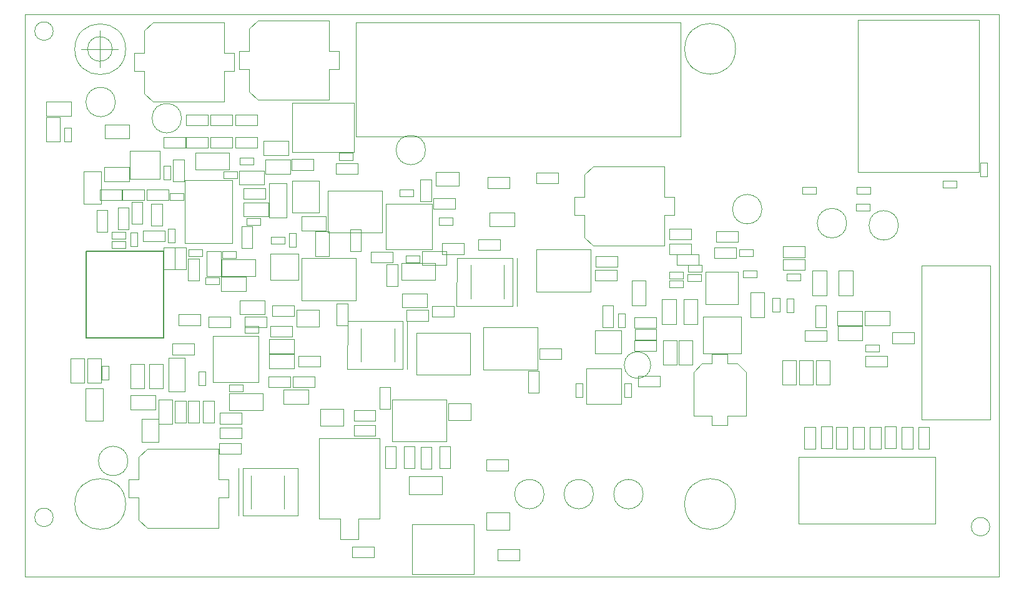
<source format=gbr>
G04 #@! TF.GenerationSoftware,KiCad,Pcbnew,(5.1.2)-1*
G04 #@! TF.CreationDate,2021-02-22T12:01:06+05:45*
G04 #@! TF.ProjectId,Pufferfish-Power-MCU,50756666-6572-4666-9973-682d506f7765,0.0*
G04 #@! TF.SameCoordinates,Original*
G04 #@! TF.FileFunction,Other,User*
%FSLAX46Y46*%
G04 Gerber Fmt 4.6, Leading zero omitted, Abs format (unit mm)*
G04 Created by KiCad (PCBNEW (5.1.2)-1) date 2021-02-22 12:01:06*
%MOMM*%
%LPD*%
G04 APERTURE LIST*
%ADD10C,0.100000*%
%ADD11C,0.050000*%
%ADD12C,0.120000*%
%ADD13C,0.127000*%
%ADD14C,0.010000*%
G04 APERTURE END LIST*
D10*
X203212700Y-114388900D02*
X203212700Y-119388900D01*
X71094600Y-114401600D02*
X71094600Y-119401600D01*
X82946666Y-47752000D02*
G75*
G03X82946666Y-47752000I-1666666J0D01*
G01*
X78780000Y-47752000D02*
X83780000Y-47752000D01*
X81280000Y-45252000D02*
X81280000Y-50252000D01*
X71094600Y-114401600D02*
X71094600Y-43065700D01*
X203212700Y-119388900D02*
X71094600Y-119401600D01*
X203225400Y-43065700D02*
X203212700Y-114388900D01*
X71094600Y-43065700D02*
X203225400Y-43065700D01*
D11*
G04 #@! TO.C,TP4*
X155978000Y-90678000D02*
G75*
G03X155978000Y-90678000I-1800000J0D01*
G01*
D12*
G04 #@! TO.C,L4*
X100087400Y-104647600D02*
X100087400Y-104697600D01*
X100087400Y-111097600D02*
X100087400Y-104647600D01*
X108137400Y-104647600D02*
X108137400Y-111147600D01*
X100637400Y-104647600D02*
X108137400Y-104647600D01*
X100637400Y-111147600D02*
X100637400Y-104647600D01*
D11*
X101777400Y-110177600D02*
X101777400Y-105657600D01*
X106297400Y-105657600D02*
X106297400Y-110177600D01*
D12*
X108137400Y-111147600D02*
X100637400Y-111147600D01*
D11*
G04 #@! TO.C,R26*
X153802400Y-85797600D02*
X156762400Y-85797600D01*
X153802400Y-87257600D02*
X153802400Y-85797600D01*
X156762400Y-87257600D02*
X153802400Y-87257600D01*
X156762400Y-85797600D02*
X156762400Y-87257600D01*
G04 #@! TO.C,F1*
X160005400Y-59676600D02*
X116005400Y-59676600D01*
X160005400Y-59676600D02*
X160005400Y-44176600D01*
X116005400Y-44176600D02*
X116005400Y-59676600D01*
X116005400Y-44176600D02*
X160005400Y-44176600D01*
G04 #@! TO.C,C24*
X85148000Y-108642000D02*
X86548000Y-108642000D01*
X85148000Y-106242000D02*
X85148000Y-108642000D01*
X86548000Y-106242000D02*
X85148000Y-106242000D01*
X86548000Y-108642000D02*
X86548000Y-111692000D01*
X86548000Y-103192000D02*
X86548000Y-106242000D01*
X86548000Y-103192000D02*
X87698000Y-102042000D01*
X86548000Y-111692000D02*
X87698000Y-112842000D01*
X87698000Y-102042000D02*
X97348000Y-102042000D01*
X87698000Y-112842000D02*
X97348000Y-112842000D01*
X97348000Y-108642000D02*
X97348000Y-112842000D01*
X98748000Y-108642000D02*
X97348000Y-108642000D01*
X98748000Y-106242000D02*
X98748000Y-108642000D01*
X97348000Y-106242000D02*
X98748000Y-106242000D01*
X97348000Y-102042000D02*
X97348000Y-106242000D01*
G04 #@! TO.C,FID1*
X201947400Y-112632600D02*
G75*
G03X201947400Y-112632600I-1250000J0D01*
G01*
X74947400Y-111362600D02*
G75*
G03X74947400Y-111362600I-1250000J0D01*
G01*
D13*
G04 #@! TO.C,L3*
X89950000Y-87000000D02*
X89950000Y-75200000D01*
X89950000Y-75200000D02*
X79450000Y-75200000D01*
X79450000Y-75200000D02*
X79450000Y-87000000D01*
X79450000Y-87000000D02*
X89950000Y-87000000D01*
D12*
G04 #@! TO.C,L5*
X122961400Y-84714100D02*
X122948700Y-91241900D01*
X114808000Y-91241900D02*
X114858800Y-84726800D01*
X122364500Y-91241900D02*
X114808000Y-91241900D01*
X122364500Y-84726800D02*
X122364500Y-91241900D01*
X114858800Y-84726800D02*
X122364500Y-84726800D01*
D11*
X121224000Y-85677600D02*
X121224000Y-90197600D01*
X116704000Y-90197600D02*
X116704000Y-85677600D01*
D12*
G04 #@! TO.C,L6*
X137820400Y-76136500D02*
X137807700Y-82664300D01*
X129667000Y-82664300D02*
X129717800Y-76149200D01*
X137223500Y-82664300D02*
X129667000Y-82664300D01*
X137223500Y-76149200D02*
X137223500Y-82664300D01*
X129717800Y-76149200D02*
X137223500Y-76149200D01*
D11*
X136083000Y-77100000D02*
X136083000Y-81620000D01*
X131563000Y-81620000D02*
X131563000Y-77100000D01*
G04 #@! TO.C,J2*
X176033000Y-103196000D02*
X176033000Y-112196000D01*
X194553000Y-103196000D02*
X176033000Y-103196000D01*
X194553000Y-112196000D02*
X194553000Y-103196000D01*
X176033000Y-112196000D02*
X194553000Y-112196000D01*
G04 #@! TO.C,C15*
X94710000Y-76244000D02*
X94710000Y-79204000D01*
X93250000Y-76244000D02*
X94710000Y-76244000D01*
X93250000Y-79204000D02*
X93250000Y-76244000D01*
X94710000Y-79204000D02*
X93250000Y-79204000D01*
G04 #@! TO.C,C80*
X102784000Y-86322000D02*
X100924000Y-86322000D01*
X102784000Y-85382000D02*
X102784000Y-86322000D01*
X100924000Y-85382000D02*
X102784000Y-85382000D01*
X100924000Y-86322000D02*
X100924000Y-85382000D01*
G04 #@! TO.C,J1*
X200528000Y-64460000D02*
X200528000Y-43850000D01*
X200528000Y-43850000D02*
X184028000Y-43850000D01*
X184028000Y-43850000D02*
X184028000Y-64460000D01*
X184028000Y-64460000D02*
X200528000Y-64460000D01*
G04 #@! TO.C,R29*
X158517400Y-78042600D02*
X160377400Y-78042600D01*
X158517400Y-78982600D02*
X158517400Y-78042600D01*
X160377400Y-78982600D02*
X158517400Y-78982600D01*
X160377400Y-78042600D02*
X160377400Y-78982600D01*
G04 #@! TO.C,C23*
X85910000Y-50730000D02*
X87310000Y-50730000D01*
X85910000Y-48330000D02*
X85910000Y-50730000D01*
X87310000Y-48330000D02*
X85910000Y-48330000D01*
X87310000Y-50730000D02*
X87310000Y-53780000D01*
X87310000Y-45280000D02*
X87310000Y-48330000D01*
X87310000Y-45280000D02*
X88460000Y-44130000D01*
X87310000Y-53780000D02*
X88460000Y-54930000D01*
X88460000Y-44130000D02*
X98110000Y-44130000D01*
X88460000Y-54930000D02*
X98110000Y-54930000D01*
X98110000Y-50730000D02*
X98110000Y-54930000D01*
X99510000Y-50730000D02*
X98110000Y-50730000D01*
X99510000Y-48330000D02*
X99510000Y-50730000D01*
X98110000Y-48330000D02*
X99510000Y-48330000D01*
X98110000Y-44130000D02*
X98110000Y-48330000D01*
G04 #@! TO.C,C110*
X185777400Y-66472600D02*
X185777400Y-67412600D01*
X185777400Y-67412600D02*
X183917400Y-67412600D01*
X183917400Y-67412600D02*
X183917400Y-66472600D01*
X183917400Y-66472600D02*
X185777400Y-66472600D01*
G04 #@! TO.C,C16*
X113725600Y-61882600D02*
X115585600Y-61882600D01*
X113725600Y-62822600D02*
X113725600Y-61882600D01*
X115585600Y-62822600D02*
X113725600Y-62822600D01*
X115585600Y-61882600D02*
X115585600Y-62822600D01*
G04 #@! TO.C,C14*
X103038000Y-71640800D02*
X101178000Y-71640800D01*
X103038000Y-70700800D02*
X103038000Y-71640800D01*
X101178000Y-70700800D02*
X103038000Y-70700800D01*
X101178000Y-71640800D02*
X101178000Y-70700800D01*
G04 #@! TO.C,C12*
X99713000Y-75222000D02*
X99713000Y-76162000D01*
X99713000Y-76162000D02*
X97853000Y-76162000D01*
X97853000Y-76162000D02*
X97853000Y-75222000D01*
X97853000Y-75222000D02*
X99713000Y-75222000D01*
G04 #@! TO.C,C9*
X98053800Y-64376200D02*
X99913800Y-64376200D01*
X98053800Y-65316200D02*
X98053800Y-64376200D01*
X99913800Y-65316200D02*
X98053800Y-65316200D01*
X99913800Y-64376200D02*
X99913800Y-65316200D01*
G04 #@! TO.C,C5*
X91420000Y-74070000D02*
X90480000Y-74070000D01*
X90480000Y-74070000D02*
X90480000Y-72210000D01*
X90480000Y-72210000D02*
X91420000Y-72210000D01*
X91420000Y-72210000D02*
X91420000Y-74070000D01*
G04 #@! TO.C,C3*
X90894000Y-63586000D02*
X90894000Y-65446000D01*
X89954000Y-63586000D02*
X90894000Y-63586000D01*
X89954000Y-65446000D02*
X89954000Y-63586000D01*
X90894000Y-65446000D02*
X89954000Y-65446000D01*
G04 #@! TO.C,C30*
X200697400Y-65072600D02*
X200697400Y-63212600D01*
X201637400Y-65072600D02*
X200697400Y-65072600D01*
X201637400Y-63212600D02*
X201637400Y-65072600D01*
X200697400Y-63212600D02*
X201637400Y-63212600D01*
G04 #@! TO.C,C29*
X197432400Y-66622600D02*
X195572400Y-66622600D01*
X197432400Y-65682600D02*
X197432400Y-66622600D01*
X195572400Y-65682600D02*
X197432400Y-65682600D01*
X195572400Y-66622600D02*
X195572400Y-65682600D01*
G04 #@! TO.C,C28*
X183857400Y-68802600D02*
X185717400Y-68802600D01*
X183857400Y-69742600D02*
X183857400Y-68802600D01*
X185717400Y-69742600D02*
X183857400Y-69742600D01*
X185717400Y-68802600D02*
X185717400Y-69742600D01*
G04 #@! TO.C,C27*
X176517400Y-66472600D02*
X178377400Y-66472600D01*
X176517400Y-67412600D02*
X176517400Y-66472600D01*
X178377400Y-67412600D02*
X176517400Y-67412600D01*
X178377400Y-66472600D02*
X178377400Y-67412600D01*
G04 #@! TO.C,C94*
X123812400Y-67772600D02*
X121952400Y-67772600D01*
X123812400Y-66832600D02*
X123812400Y-67772600D01*
X121952400Y-66832600D02*
X123812400Y-66832600D01*
X121952400Y-67772600D02*
X121952400Y-66832600D01*
G04 #@! TO.C,C93*
X122752400Y-75832600D02*
X124612400Y-75832600D01*
X122752400Y-76772600D02*
X122752400Y-75832600D01*
X124612400Y-76772600D02*
X122752400Y-76772600D01*
X124612400Y-75832600D02*
X124612400Y-76772600D01*
G04 #@! TO.C,C88*
X129148500Y-71624400D02*
X127288500Y-71624400D01*
X129148500Y-70684400D02*
X129148500Y-71624400D01*
X127288500Y-70684400D02*
X129148500Y-70684400D01*
X127288500Y-71624400D02*
X127288500Y-70684400D01*
G04 #@! TO.C,C76*
X98802400Y-93307600D02*
X100662400Y-93307600D01*
X98802400Y-94247600D02*
X98802400Y-93307600D01*
X100662400Y-94247600D02*
X98802400Y-94247600D01*
X100662400Y-93307600D02*
X100662400Y-94247600D01*
G04 #@! TO.C,C72*
X95618400Y-91526000D02*
X95618400Y-93386000D01*
X94678400Y-91526000D02*
X95618400Y-91526000D01*
X94678400Y-93386000D02*
X94678400Y-91526000D01*
X95618400Y-93386000D02*
X94678400Y-93386000D01*
G04 #@! TO.C,C59*
X145831000Y-95034000D02*
X145831000Y-93174000D01*
X146771000Y-95034000D02*
X145831000Y-95034000D01*
X146771000Y-93174000D02*
X146771000Y-95034000D01*
X145831000Y-93174000D02*
X146771000Y-93174000D01*
G04 #@! TO.C,C58*
X152435000Y-95034000D02*
X152435000Y-93174000D01*
X153375000Y-95034000D02*
X152435000Y-95034000D01*
X153375000Y-93174000D02*
X153375000Y-95034000D01*
X152435000Y-93174000D02*
X153375000Y-93174000D01*
G04 #@! TO.C,C48*
X186958500Y-88832000D02*
X185098500Y-88832000D01*
X186958500Y-87892000D02*
X186958500Y-88832000D01*
X185098500Y-87892000D02*
X186958500Y-87892000D01*
X185098500Y-88832000D02*
X185098500Y-87892000D01*
G04 #@! TO.C,C41*
X174393500Y-78270000D02*
X176253500Y-78270000D01*
X174393500Y-79210000D02*
X174393500Y-78270000D01*
X176253500Y-79210000D02*
X174393500Y-79210000D01*
X176253500Y-78270000D02*
X176253500Y-79210000D01*
G04 #@! TO.C,C40*
X160387400Y-80122600D02*
X158527400Y-80122600D01*
X160387400Y-79182600D02*
X160387400Y-80122600D01*
X158527400Y-79182600D02*
X160387400Y-79182600D01*
X158527400Y-80122600D02*
X158527400Y-79182600D01*
G04 #@! TO.C,C39*
X170376500Y-78757000D02*
X168516500Y-78757000D01*
X170376500Y-77817000D02*
X170376500Y-78757000D01*
X168516500Y-77817000D02*
X170376500Y-77817000D01*
X168516500Y-78757000D02*
X168516500Y-77817000D01*
G04 #@! TO.C,C38*
X169840000Y-75908000D02*
X167980000Y-75908000D01*
X169840000Y-74968000D02*
X169840000Y-75908000D01*
X167980000Y-74968000D02*
X169840000Y-74968000D01*
X167980000Y-75908000D02*
X167980000Y-74968000D01*
G04 #@! TO.C,C37*
X172511400Y-83410600D02*
X172511400Y-81550600D01*
X173451400Y-83410600D02*
X172511400Y-83410600D01*
X173451400Y-81550600D02*
X173451400Y-83410600D01*
X172511400Y-81550600D02*
X173451400Y-81550600D01*
G04 #@! TO.C,C36*
X174407400Y-83522600D02*
X174407400Y-81662600D01*
X175347400Y-83522600D02*
X174407400Y-83522600D01*
X175347400Y-81662600D02*
X175347400Y-83522600D01*
X174407400Y-81662600D02*
X175347400Y-81662600D01*
G04 #@! TO.C,C26*
X152477400Y-83722600D02*
X152477400Y-85582600D01*
X151537400Y-83722600D02*
X152477400Y-83722600D01*
X151537400Y-85582600D02*
X151537400Y-83722600D01*
X152477400Y-85582600D02*
X151537400Y-85582600D01*
G04 #@! TO.C,C18*
X82512000Y-90764000D02*
X82512000Y-92624000D01*
X81572000Y-90764000D02*
X82512000Y-90764000D01*
X81572000Y-92624000D02*
X81572000Y-90764000D01*
X82512000Y-92624000D02*
X81572000Y-92624000D01*
G04 #@! TO.C,C17*
X77432000Y-58483000D02*
X77432000Y-60343000D01*
X76492000Y-58483000D02*
X77432000Y-58483000D01*
X76492000Y-60343000D02*
X76492000Y-58483000D01*
X77432000Y-60343000D02*
X76492000Y-60343000D01*
G04 #@! TO.C,C103*
X100220000Y-62530000D02*
X102080000Y-62530000D01*
X100220000Y-63470000D02*
X100220000Y-62530000D01*
X102080000Y-63470000D02*
X100220000Y-63470000D01*
X102080000Y-62530000D02*
X102080000Y-63470000D01*
G04 #@! TO.C,C6*
X92624000Y-68288000D02*
X90764000Y-68288000D01*
X92624000Y-67348000D02*
X92624000Y-68288000D01*
X90764000Y-67348000D02*
X92624000Y-67348000D01*
X90764000Y-68288000D02*
X90764000Y-67348000D01*
G04 #@! TO.C,C4*
X93304000Y-74968000D02*
X95164000Y-74968000D01*
X93304000Y-75908000D02*
X93304000Y-74968000D01*
X95164000Y-75908000D02*
X93304000Y-75908000D01*
X95164000Y-74968000D02*
X95164000Y-75908000D01*
G04 #@! TO.C,C2*
X86380000Y-72690000D02*
X86380000Y-74550000D01*
X85440000Y-72690000D02*
X86380000Y-72690000D01*
X85440000Y-74550000D02*
X85440000Y-72690000D01*
X86380000Y-74550000D02*
X85440000Y-74550000D01*
G04 #@! TO.C,C1*
X84720000Y-73546000D02*
X82860000Y-73546000D01*
X84720000Y-72606000D02*
X84720000Y-73546000D01*
X82860000Y-72606000D02*
X84720000Y-72606000D01*
X82860000Y-73546000D02*
X82860000Y-72606000D01*
G04 #@! TO.C,U1*
X92762000Y-65600000D02*
X99262000Y-65600000D01*
X99262000Y-65600000D02*
X99262000Y-74100000D01*
X99262000Y-74100000D02*
X92762000Y-74100000D01*
X92762000Y-74100000D02*
X92762000Y-65600000D01*
G04 #@! TO.C,D13*
X126797000Y-64455000D02*
X126797000Y-66355000D01*
X126797000Y-66355000D02*
X129997000Y-66355000D01*
X129997000Y-64455000D02*
X129997000Y-66355000D01*
X126797000Y-64455000D02*
X129997000Y-64455000D01*
G04 #@! TO.C,R38*
X185063500Y-89432000D02*
X188023500Y-89432000D01*
X185063500Y-90892000D02*
X185063500Y-89432000D01*
X188023500Y-90892000D02*
X185063500Y-90892000D01*
X188023500Y-89432000D02*
X188023500Y-90892000D01*
G04 #@! TO.C,R1*
X102597500Y-58134000D02*
X99637500Y-58134000D01*
X102597500Y-56674000D02*
X102597500Y-58134000D01*
X99637500Y-56674000D02*
X102597500Y-56674000D01*
X99637500Y-58134000D02*
X99637500Y-56674000D01*
G04 #@! TO.C,R2*
X99637500Y-59722000D02*
X102597500Y-59722000D01*
X99637500Y-61182000D02*
X99637500Y-59722000D01*
X102597500Y-61182000D02*
X99637500Y-61182000D01*
X102597500Y-59722000D02*
X102597500Y-61182000D01*
G04 #@! TO.C,R3*
X99270000Y-58134000D02*
X96310000Y-58134000D01*
X99270000Y-56674000D02*
X99270000Y-58134000D01*
X96310000Y-56674000D02*
X99270000Y-56674000D01*
X96310000Y-58134000D02*
X96310000Y-56674000D01*
G04 #@! TO.C,R4*
X99270000Y-61182000D02*
X96310000Y-61182000D01*
X99270000Y-59722000D02*
X99270000Y-61182000D01*
X96310000Y-59722000D02*
X99270000Y-59722000D01*
X96310000Y-61182000D02*
X96310000Y-59722000D01*
G04 #@! TO.C,R5*
X95968000Y-58134000D02*
X93008000Y-58134000D01*
X95968000Y-56674000D02*
X95968000Y-58134000D01*
X93008000Y-56674000D02*
X95968000Y-56674000D01*
X93008000Y-58134000D02*
X93008000Y-56674000D01*
G04 #@! TO.C,R6*
X95968000Y-61182000D02*
X93008000Y-61182000D01*
X95968000Y-59722000D02*
X95968000Y-61182000D01*
X93008000Y-59722000D02*
X95968000Y-59722000D01*
X93008000Y-61182000D02*
X93008000Y-59722000D01*
G04 #@! TO.C,R24*
X156696500Y-85667000D02*
X153736500Y-85667000D01*
X156696500Y-84207000D02*
X156696500Y-85667000D01*
X153736500Y-84207000D02*
X156696500Y-84207000D01*
X153736500Y-85667000D02*
X153736500Y-84207000D01*
G04 #@! TO.C,R30*
X164632500Y-74670000D02*
X167592500Y-74670000D01*
X164632500Y-76130000D02*
X164632500Y-74670000D01*
X167592500Y-76130000D02*
X164632500Y-76130000D01*
X167592500Y-74670000D02*
X167592500Y-76130000D01*
G04 #@! TO.C,R31*
X167780000Y-73930000D02*
X164820000Y-73930000D01*
X167780000Y-72470000D02*
X167780000Y-73930000D01*
X164820000Y-72470000D02*
X167780000Y-72470000D01*
X164820000Y-73930000D02*
X164820000Y-72470000D01*
G04 #@! TO.C,R33*
X176869800Y-77746200D02*
X173909800Y-77746200D01*
X176869800Y-76286200D02*
X176869800Y-77746200D01*
X173909800Y-76286200D02*
X176869800Y-76286200D01*
X173909800Y-77746200D02*
X173909800Y-76286200D01*
G04 #@! TO.C,R34*
X161500000Y-75660000D02*
X158540000Y-75660000D01*
X161500000Y-74200000D02*
X161500000Y-75660000D01*
X158540000Y-74200000D02*
X161500000Y-74200000D01*
X158540000Y-75660000D02*
X158540000Y-74200000D01*
G04 #@! TO.C,R35*
X173945000Y-74581000D02*
X176905000Y-74581000D01*
X173945000Y-76041000D02*
X173945000Y-74581000D01*
X176905000Y-76041000D02*
X173945000Y-76041000D01*
X176905000Y-74581000D02*
X176905000Y-76041000D01*
G04 #@! TO.C,R36*
X179837400Y-87432600D02*
X176877400Y-87432600D01*
X179837400Y-85972600D02*
X179837400Y-87432600D01*
X176877400Y-85972600D02*
X179837400Y-85972600D01*
X176877400Y-87432600D02*
X176877400Y-85972600D01*
G04 #@! TO.C,R37*
X179736500Y-82568500D02*
X179736500Y-85528500D01*
X178276500Y-82568500D02*
X179736500Y-82568500D01*
X178276500Y-85528500D02*
X178276500Y-82568500D01*
X179736500Y-85528500D02*
X178276500Y-85528500D01*
G04 #@! TO.C,R41*
X154277400Y-92172600D02*
X157237400Y-92172600D01*
X154277400Y-93632600D02*
X154277400Y-92172600D01*
X157237400Y-93632600D02*
X154277400Y-93632600D01*
X157237400Y-92172600D02*
X157237400Y-93632600D01*
G04 #@! TO.C,R10*
X87332000Y-68294000D02*
X84372000Y-68294000D01*
X87332000Y-66834000D02*
X87332000Y-68294000D01*
X84372000Y-66834000D02*
X87332000Y-66834000D01*
X84372000Y-68294000D02*
X84372000Y-66834000D01*
G04 #@! TO.C,R11*
X83720000Y-72240000D02*
X83720000Y-69280000D01*
X85180000Y-72240000D02*
X83720000Y-72240000D01*
X85180000Y-69280000D02*
X85180000Y-72240000D01*
X83720000Y-69280000D02*
X85180000Y-69280000D01*
G04 #@! TO.C,R12*
X92932000Y-74720000D02*
X92932000Y-77680000D01*
X91472000Y-74720000D02*
X92932000Y-74720000D01*
X91472000Y-77680000D02*
X91472000Y-74720000D01*
X92932000Y-77680000D02*
X91472000Y-77680000D01*
G04 #@! TO.C,R13*
X85600000Y-71530000D02*
X85600000Y-68570000D01*
X87060000Y-71530000D02*
X85600000Y-71530000D01*
X87060000Y-68570000D02*
X87060000Y-71530000D01*
X85600000Y-68570000D02*
X87060000Y-68570000D01*
G04 #@! TO.C,R14*
X81324000Y-66834000D02*
X84284000Y-66834000D01*
X81324000Y-68294000D02*
X81324000Y-66834000D01*
X84284000Y-68294000D02*
X81324000Y-68294000D01*
X84284000Y-66834000D02*
X84284000Y-68294000D01*
G04 #@! TO.C,R15*
X82300000Y-69630000D02*
X82300000Y-72590000D01*
X80840000Y-69630000D02*
X82300000Y-69630000D01*
X80840000Y-72590000D02*
X80840000Y-69630000D01*
X82300000Y-72590000D02*
X80840000Y-72590000D01*
G04 #@! TO.C,R17*
X90580000Y-68300000D02*
X87620000Y-68300000D01*
X90580000Y-66840000D02*
X90580000Y-68300000D01*
X87620000Y-66840000D02*
X90580000Y-66840000D01*
X87620000Y-68300000D02*
X87620000Y-66840000D01*
G04 #@! TO.C,R18*
X88250000Y-71760000D02*
X88250000Y-68800000D01*
X89710000Y-71760000D02*
X88250000Y-71760000D01*
X89710000Y-68800000D02*
X89710000Y-71760000D01*
X88250000Y-68800000D02*
X89710000Y-68800000D01*
G04 #@! TO.C,R19*
X89948000Y-77680000D02*
X89948000Y-74720000D01*
X91408000Y-77680000D02*
X89948000Y-77680000D01*
X91408000Y-74720000D02*
X91408000Y-77680000D01*
X89948000Y-74720000D02*
X91408000Y-74720000D01*
G04 #@! TO.C,R82*
X178273000Y-99078000D02*
X178273000Y-102038000D01*
X176813000Y-99078000D02*
X178273000Y-99078000D01*
X176813000Y-102038000D02*
X176813000Y-99078000D01*
X178273000Y-102038000D02*
X176813000Y-102038000D01*
G04 #@! TO.C,R83*
X180559000Y-99052500D02*
X180559000Y-102012500D01*
X179099000Y-99052500D02*
X180559000Y-99052500D01*
X179099000Y-102012500D02*
X179099000Y-99052500D01*
X180559000Y-102012500D02*
X179099000Y-102012500D01*
G04 #@! TO.C,R84*
X182591000Y-99078000D02*
X182591000Y-102038000D01*
X181131000Y-99078000D02*
X182591000Y-99078000D01*
X181131000Y-102038000D02*
X181131000Y-99078000D01*
X182591000Y-102038000D02*
X181131000Y-102038000D01*
G04 #@! TO.C,R85*
X187163000Y-99103500D02*
X187163000Y-102063500D01*
X185703000Y-99103500D02*
X187163000Y-99103500D01*
X185703000Y-102063500D02*
X185703000Y-99103500D01*
X187163000Y-102063500D02*
X185703000Y-102063500D01*
G04 #@! TO.C,R86*
X184877000Y-99078000D02*
X184877000Y-102038000D01*
X183417000Y-99078000D02*
X184877000Y-99078000D01*
X183417000Y-102038000D02*
X183417000Y-99078000D01*
X184877000Y-102038000D02*
X183417000Y-102038000D01*
G04 #@! TO.C,R87*
X191481000Y-99103500D02*
X191481000Y-102063500D01*
X190021000Y-99103500D02*
X191481000Y-99103500D01*
X190021000Y-102063500D02*
X190021000Y-99103500D01*
X191481000Y-102063500D02*
X190021000Y-102063500D01*
G04 #@! TO.C,R88*
X189195000Y-99052500D02*
X189195000Y-102012500D01*
X187735000Y-99052500D02*
X189195000Y-99052500D01*
X187735000Y-102012500D02*
X187735000Y-99052500D01*
X189195000Y-102012500D02*
X187735000Y-102012500D01*
G04 #@! TO.C,R89*
X193734000Y-99123500D02*
X193734000Y-102083500D01*
X192274000Y-99123500D02*
X193734000Y-99123500D01*
X192274000Y-102083500D02*
X192274000Y-99123500D01*
X193734000Y-102083500D02*
X192274000Y-102083500D01*
G04 #@! TO.C,U5*
X102815000Y-86755000D02*
X96575000Y-86755000D01*
X102815000Y-92995000D02*
X102815000Y-86755000D01*
X96575000Y-92995000D02*
X102815000Y-92995000D01*
X96575000Y-86755000D02*
X96575000Y-92995000D01*
G04 #@! TO.C,U4*
X152007400Y-89102600D02*
X152007400Y-86002600D01*
X148407400Y-89102600D02*
X148407400Y-86002600D01*
X148407400Y-86002600D02*
X152007400Y-86002600D01*
X148407400Y-89102600D02*
X152007400Y-89102600D01*
G04 #@! TO.C,U11*
X126310000Y-68762000D02*
X120070000Y-68762000D01*
X126310000Y-75002000D02*
X126310000Y-68762000D01*
X120070000Y-75002000D02*
X126310000Y-75002000D01*
X120070000Y-68762000D02*
X120070000Y-75002000D01*
D14*
G04 #@! TO.C,U8*
X119537400Y-66972600D02*
X112187400Y-66972600D01*
X119537400Y-72672600D02*
X119537400Y-66972600D01*
X112187400Y-72672600D02*
X119537400Y-72672600D01*
X112187400Y-66972600D02*
X112187400Y-72672600D01*
G04 #@! TO.C,Q5*
X133302000Y-91276000D02*
X140652000Y-91276000D01*
X133302000Y-85576000D02*
X133302000Y-91276000D01*
X140652000Y-85576000D02*
X133302000Y-85576000D01*
X140652000Y-91276000D02*
X140652000Y-85576000D01*
G04 #@! TO.C,Q6*
X120925000Y-101065000D02*
X128275000Y-101065000D01*
X120925000Y-95365000D02*
X120925000Y-101065000D01*
X128275000Y-95365000D02*
X120925000Y-95365000D01*
X128275000Y-101065000D02*
X128275000Y-95365000D01*
G04 #@! TO.C,U7*
X108625000Y-81878000D02*
X115975000Y-81878000D01*
X108625000Y-76178000D02*
X108625000Y-81878000D01*
X115975000Y-76178000D02*
X108625000Y-76178000D01*
X115975000Y-81878000D02*
X115975000Y-76178000D01*
G04 #@! TO.C,U9*
X124175000Y-92015000D02*
X131525000Y-92015000D01*
X124175000Y-86315000D02*
X124175000Y-92015000D01*
X131525000Y-86315000D02*
X124175000Y-86315000D01*
X131525000Y-92015000D02*
X131525000Y-86315000D01*
G04 #@! TO.C,U10*
X140464800Y-80684200D02*
X147814800Y-80684200D01*
X140464800Y-74984200D02*
X140464800Y-80684200D01*
X147814800Y-74984200D02*
X140464800Y-74984200D01*
X147814800Y-80684200D02*
X147814800Y-74984200D01*
D11*
G04 #@! TO.C,C104*
X145600000Y-70288000D02*
X147000000Y-70288000D01*
X145600000Y-67888000D02*
X145600000Y-70288000D01*
X147000000Y-67888000D02*
X145600000Y-67888000D01*
X147000000Y-70288000D02*
X147000000Y-73338000D01*
X147000000Y-64838000D02*
X147000000Y-67888000D01*
X147000000Y-64838000D02*
X148150000Y-63688000D01*
X147000000Y-73338000D02*
X148150000Y-74488000D01*
X148150000Y-63688000D02*
X157800000Y-63688000D01*
X148150000Y-74488000D02*
X157800000Y-74488000D01*
X157800000Y-70288000D02*
X157800000Y-74488000D01*
X159200000Y-70288000D02*
X157800000Y-70288000D01*
X159200000Y-67888000D02*
X159200000Y-70288000D01*
X157800000Y-67888000D02*
X159200000Y-67888000D01*
X157800000Y-63688000D02*
X157800000Y-67888000D01*
G04 #@! TO.C,C105*
X100134000Y-50476000D02*
X101534000Y-50476000D01*
X100134000Y-48076000D02*
X100134000Y-50476000D01*
X101534000Y-48076000D02*
X100134000Y-48076000D01*
X101534000Y-50476000D02*
X101534000Y-53526000D01*
X101534000Y-45026000D02*
X101534000Y-48076000D01*
X101534000Y-45026000D02*
X102684000Y-43876000D01*
X101534000Y-53526000D02*
X102684000Y-54676000D01*
X102684000Y-43876000D02*
X112334000Y-43876000D01*
X102684000Y-54676000D02*
X112334000Y-54676000D01*
X112334000Y-50476000D02*
X112334000Y-54676000D01*
X113734000Y-50476000D02*
X112334000Y-50476000D01*
X113734000Y-48076000D02*
X113734000Y-50476000D01*
X112334000Y-48076000D02*
X113734000Y-48076000D01*
X112334000Y-43876000D02*
X112334000Y-48076000D01*
G04 #@! TO.C,C101*
X106836000Y-60264000D02*
X106836000Y-62164000D01*
X106836000Y-62164000D02*
X103476000Y-62164000D01*
X103476000Y-62164000D02*
X103476000Y-60264000D01*
X103476000Y-60264000D02*
X106836000Y-60264000D01*
G04 #@! TO.C,C102*
X107090000Y-62804000D02*
X107090000Y-64704000D01*
X107090000Y-64704000D02*
X103730000Y-64704000D01*
X103730000Y-64704000D02*
X103730000Y-62804000D01*
X103730000Y-62804000D02*
X107090000Y-62804000D01*
G04 #@! TO.C,C19*
X75880000Y-60354000D02*
X73980000Y-60354000D01*
X73980000Y-60354000D02*
X73980000Y-56994000D01*
X73980000Y-56994000D02*
X75880000Y-56994000D01*
X75880000Y-56994000D02*
X75880000Y-60354000D01*
G04 #@! TO.C,C20*
X79182000Y-93120000D02*
X77282000Y-93120000D01*
X77282000Y-93120000D02*
X77282000Y-89760000D01*
X77282000Y-89760000D02*
X79182000Y-89760000D01*
X79182000Y-89760000D02*
X79182000Y-93120000D01*
G04 #@! TO.C,C21*
X77372000Y-54930000D02*
X77372000Y-56830000D01*
X77372000Y-56830000D02*
X74012000Y-56830000D01*
X74012000Y-56830000D02*
X74012000Y-54930000D01*
X74012000Y-54930000D02*
X77372000Y-54930000D01*
G04 #@! TO.C,C22*
X81468000Y-93120000D02*
X79568000Y-93120000D01*
X79568000Y-93120000D02*
X79568000Y-89760000D01*
X79568000Y-89760000D02*
X81468000Y-89760000D01*
X81468000Y-89760000D02*
X81468000Y-93120000D01*
G04 #@! TO.C,C25*
X156737400Y-88757600D02*
X153777400Y-88757600D01*
X156737400Y-87297600D02*
X156737400Y-88757600D01*
X153777400Y-87297600D02*
X156737400Y-87297600D01*
X153777400Y-88757600D02*
X153777400Y-87297600D01*
G04 #@! TO.C,C31*
X155307400Y-82582600D02*
X153407400Y-82582600D01*
X153407400Y-82582600D02*
X153407400Y-79222600D01*
X153407400Y-79222600D02*
X155307400Y-79222600D01*
X155307400Y-79222600D02*
X155307400Y-82582600D01*
G04 #@! TO.C,C32*
X157522800Y-81772000D02*
X159422800Y-81772000D01*
X159422800Y-81772000D02*
X159422800Y-85132000D01*
X159422800Y-85132000D02*
X157522800Y-85132000D01*
X157522800Y-85132000D02*
X157522800Y-81772000D01*
G04 #@! TO.C,C33*
X160427400Y-81734600D02*
X162327400Y-81734600D01*
X162327400Y-81734600D02*
X162327400Y-85094600D01*
X162327400Y-85094600D02*
X160427400Y-85094600D01*
X160427400Y-85094600D02*
X160427400Y-81734600D01*
G04 #@! TO.C,C34*
X169491400Y-80800600D02*
X171391400Y-80800600D01*
X171391400Y-80800600D02*
X171391400Y-84160600D01*
X171391400Y-84160600D02*
X169491400Y-84160600D01*
X169491400Y-84160600D02*
X169491400Y-80800600D01*
G04 #@! TO.C,C35*
X159527400Y-75632600D02*
X162487400Y-75632600D01*
X159527400Y-77092600D02*
X159527400Y-75632600D01*
X162487400Y-77092600D02*
X159527400Y-77092600D01*
X162487400Y-75632600D02*
X162487400Y-77092600D01*
G04 #@! TO.C,C42*
X179829500Y-81230500D02*
X177929500Y-81230500D01*
X177929500Y-81230500D02*
X177929500Y-77870500D01*
X177929500Y-77870500D02*
X179829500Y-77870500D01*
X179829500Y-77870500D02*
X179829500Y-81230500D01*
G04 #@! TO.C,C43*
X183385500Y-81230500D02*
X181485500Y-81230500D01*
X181485500Y-81230500D02*
X181485500Y-77870500D01*
X181485500Y-77870500D02*
X183385500Y-77870500D01*
X183385500Y-77870500D02*
X183385500Y-81230500D01*
G04 #@! TO.C,C44*
X157640200Y-87308500D02*
X159540200Y-87308500D01*
X159540200Y-87308500D02*
X159540200Y-90668500D01*
X159540200Y-90668500D02*
X157640200Y-90668500D01*
X157640200Y-90668500D02*
X157640200Y-87308500D01*
G04 #@! TO.C,C45*
X164287400Y-89212600D02*
X164287400Y-90462600D01*
X166387400Y-89212600D02*
X164287400Y-89212600D01*
X166387400Y-90462600D02*
X166387400Y-89212600D01*
X164287400Y-90462600D02*
X162937400Y-90462600D01*
X167737400Y-90462600D02*
X166387400Y-90462600D01*
X167737400Y-90462600D02*
X168887400Y-91612600D01*
X162937400Y-90462600D02*
X161787400Y-91612600D01*
X168887400Y-91612600D02*
X168887400Y-97562600D01*
X161787400Y-91612600D02*
X161787400Y-97562600D01*
X164287400Y-97562600D02*
X161787400Y-97562600D01*
X164287400Y-98812600D02*
X164287400Y-97562600D01*
X166387400Y-98812600D02*
X164287400Y-98812600D01*
X166387400Y-97562600D02*
X166387400Y-98812600D01*
X168887400Y-97562600D02*
X166387400Y-97562600D01*
G04 #@! TO.C,C46*
X176088000Y-90014000D02*
X177988000Y-90014000D01*
X177988000Y-90014000D02*
X177988000Y-93374000D01*
X177988000Y-93374000D02*
X176088000Y-93374000D01*
X176088000Y-93374000D02*
X176088000Y-90014000D01*
G04 #@! TO.C,C47*
X173802000Y-90014000D02*
X175702000Y-90014000D01*
X175702000Y-90014000D02*
X175702000Y-93374000D01*
X175702000Y-93374000D02*
X173802000Y-93374000D01*
X173802000Y-93374000D02*
X173802000Y-90014000D01*
G04 #@! TO.C,C49*
X178374000Y-90014000D02*
X180274000Y-90014000D01*
X180274000Y-90014000D02*
X180274000Y-93374000D01*
X180274000Y-93374000D02*
X178374000Y-93374000D01*
X178374000Y-93374000D02*
X178374000Y-90014000D01*
G04 #@! TO.C,C52*
X184686000Y-85412000D02*
X184686000Y-87312000D01*
X184686000Y-87312000D02*
X181326000Y-87312000D01*
X181326000Y-87312000D02*
X181326000Y-85412000D01*
X181326000Y-85412000D02*
X184686000Y-85412000D01*
G04 #@! TO.C,C53*
X185010000Y-85278000D02*
X185010000Y-83378000D01*
X185010000Y-83378000D02*
X188370000Y-83378000D01*
X188370000Y-83378000D02*
X188370000Y-85278000D01*
X188370000Y-85278000D02*
X185010000Y-85278000D01*
G04 #@! TO.C,C54*
X184672000Y-83378000D02*
X184672000Y-85278000D01*
X184672000Y-85278000D02*
X181312000Y-85278000D01*
X181312000Y-85278000D02*
X181312000Y-83378000D01*
X181312000Y-83378000D02*
X184672000Y-83378000D01*
G04 #@! TO.C,C55*
X149402400Y-85532600D02*
X149402400Y-82572600D01*
X150862400Y-85532600D02*
X149402400Y-85532600D01*
X150862400Y-82572600D02*
X150862400Y-85532600D01*
X149402400Y-82572600D02*
X150862400Y-82572600D01*
G04 #@! TO.C,C56*
X159761100Y-87293500D02*
X161661100Y-87293500D01*
X161661100Y-87293500D02*
X161661100Y-90653500D01*
X161661100Y-90653500D02*
X159761100Y-90653500D01*
X159761100Y-90653500D02*
X159761100Y-87293500D01*
G04 #@! TO.C,C60*
X143887400Y-89907600D02*
X140927400Y-89907600D01*
X143887400Y-88447600D02*
X143887400Y-89907600D01*
X140927400Y-88447600D02*
X143887400Y-88447600D01*
X140927400Y-89907600D02*
X140927400Y-88447600D01*
G04 #@! TO.C,C61*
X139327400Y-94445100D02*
X139327400Y-91485100D01*
X140787400Y-94445100D02*
X139327400Y-94445100D01*
X140787400Y-91485100D02*
X140787400Y-94445100D01*
X139327400Y-91485100D02*
X140787400Y-91485100D01*
G04 #@! TO.C,C62*
X120655400Y-93715500D02*
X120655400Y-96675500D01*
X119195400Y-93715500D02*
X120655400Y-93715500D01*
X119195400Y-96675500D02*
X119195400Y-93715500D01*
X120655400Y-96675500D02*
X119195400Y-96675500D01*
G04 #@! TO.C,C63*
X115702400Y-98822600D02*
X118662400Y-98822600D01*
X115702400Y-100282600D02*
X115702400Y-98822600D01*
X118662400Y-100282600D02*
X115702400Y-100282600D01*
X118662400Y-98822600D02*
X118662400Y-100282600D01*
G04 #@! TO.C,C65*
X115702400Y-96797600D02*
X118662400Y-96797600D01*
X115702400Y-98257600D02*
X115702400Y-96797600D01*
X118662400Y-98257600D02*
X115702400Y-98257600D01*
X118662400Y-96797600D02*
X118662400Y-98257600D01*
G04 #@! TO.C,C67*
X91472000Y-98508000D02*
X91472000Y-95548000D01*
X92932000Y-98508000D02*
X91472000Y-98508000D01*
X92932000Y-95548000D02*
X92932000Y-98508000D01*
X91472000Y-95548000D02*
X92932000Y-95548000D01*
G04 #@! TO.C,C68*
X94710000Y-95548000D02*
X94710000Y-98508000D01*
X93250000Y-95548000D02*
X94710000Y-95548000D01*
X93250000Y-98508000D02*
X93250000Y-95548000D01*
X94710000Y-98508000D02*
X93250000Y-98508000D01*
G04 #@! TO.C,C69*
X97553900Y-97183300D02*
X100513900Y-97183300D01*
X97553900Y-98643300D02*
X97553900Y-97183300D01*
X100513900Y-98643300D02*
X97553900Y-98643300D01*
X100513900Y-97183300D02*
X100513900Y-98643300D01*
G04 #@! TO.C,C71*
X97465000Y-101298100D02*
X100425000Y-101298100D01*
X97465000Y-102758100D02*
X97465000Y-101298100D01*
X100425000Y-102758100D02*
X97465000Y-102758100D01*
X100425000Y-101298100D02*
X100425000Y-102758100D01*
G04 #@! TO.C,C73*
X94037400Y-89232600D02*
X91077400Y-89232600D01*
X94037400Y-87772600D02*
X94037400Y-89232600D01*
X91077400Y-87772600D02*
X94037400Y-87772600D01*
X91077400Y-89232600D02*
X91077400Y-87772600D01*
G04 #@! TO.C,C74*
X97528500Y-99189900D02*
X100488500Y-99189900D01*
X97528500Y-100649900D02*
X97528500Y-99189900D01*
X100488500Y-100649900D02*
X97528500Y-100649900D01*
X100488500Y-99189900D02*
X100488500Y-100649900D01*
G04 #@! TO.C,C75*
X95282000Y-98508000D02*
X95282000Y-95548000D01*
X96742000Y-98508000D02*
X95282000Y-98508000D01*
X96742000Y-95548000D02*
X96742000Y-98508000D01*
X95282000Y-95548000D02*
X96742000Y-95548000D01*
G04 #@! TO.C,C77*
X110387400Y-93707600D02*
X107427400Y-93707600D01*
X110387400Y-92247600D02*
X110387400Y-93707600D01*
X107427400Y-92247600D02*
X110387400Y-92247600D01*
X107427400Y-93707600D02*
X107427400Y-92247600D01*
G04 #@! TO.C,C78*
X104184000Y-92234000D02*
X107144000Y-92234000D01*
X104184000Y-93694000D02*
X104184000Y-92234000D01*
X107144000Y-93694000D02*
X104184000Y-93694000D01*
X107144000Y-92234000D02*
X107144000Y-93694000D01*
G04 #@! TO.C,C79*
X113402400Y-85282600D02*
X113402400Y-82322600D01*
X114862400Y-85282600D02*
X113402400Y-85282600D01*
X114862400Y-82322600D02*
X114862400Y-85282600D01*
X113402400Y-82322600D02*
X114862400Y-82322600D01*
G04 #@! TO.C,C81*
X103887400Y-85557600D02*
X100927400Y-85557600D01*
X103887400Y-84097600D02*
X103887400Y-85557600D01*
X100927400Y-84097600D02*
X103887400Y-84097600D01*
X100927400Y-85557600D02*
X100927400Y-84097600D01*
G04 #@! TO.C,C82*
X119957400Y-104714600D02*
X119957400Y-101754600D01*
X121417400Y-104714600D02*
X119957400Y-104714600D01*
X121417400Y-101754600D02*
X121417400Y-104714600D01*
X119957400Y-101754600D02*
X121417400Y-101754600D01*
G04 #@! TO.C,C83*
X127323400Y-104714600D02*
X127323400Y-101754600D01*
X128783400Y-104714600D02*
X127323400Y-104714600D01*
X128783400Y-101754600D02*
X128783400Y-104714600D01*
X127323400Y-101754600D02*
X128783400Y-101754600D01*
G04 #@! TO.C,C84*
X122495000Y-104714600D02*
X122495000Y-101754600D01*
X123955000Y-104714600D02*
X122495000Y-104714600D01*
X123955000Y-101754600D02*
X123955000Y-104714600D01*
X122495000Y-101754600D02*
X123955000Y-101754600D01*
G04 #@! TO.C,C85*
X115237400Y-75242600D02*
X115237400Y-72282600D01*
X116697400Y-75242600D02*
X115237400Y-75242600D01*
X116697400Y-72282600D02*
X116697400Y-75242600D01*
X115237400Y-72282600D02*
X116697400Y-72282600D01*
G04 #@! TO.C,C86*
X124783400Y-104737000D02*
X124783400Y-101777000D01*
X126243400Y-104737000D02*
X124783400Y-104737000D01*
X126243400Y-101777000D02*
X126243400Y-104737000D01*
X124783400Y-101777000D02*
X126243400Y-101777000D01*
G04 #@! TO.C,C87*
X107398000Y-86836000D02*
X104438000Y-86836000D01*
X107398000Y-85376000D02*
X107398000Y-86836000D01*
X104438000Y-85376000D02*
X107398000Y-85376000D01*
X104438000Y-86836000D02*
X104438000Y-85376000D01*
G04 #@! TO.C,C92*
X129480000Y-69482600D02*
X126520000Y-69482600D01*
X129480000Y-68022600D02*
X129480000Y-69482600D01*
X126520000Y-68022600D02*
X129480000Y-68022600D01*
X126520000Y-69482600D02*
X126520000Y-68022600D01*
G04 #@! TO.C,C95*
X151454300Y-77349100D02*
X148494300Y-77349100D01*
X151454300Y-75889100D02*
X151454300Y-77349100D01*
X148494300Y-75889100D02*
X151454300Y-75889100D01*
X148494300Y-77349100D02*
X148494300Y-75889100D01*
G04 #@! TO.C,C96*
X151403500Y-79241400D02*
X148443500Y-79241400D01*
X151403500Y-77781400D02*
X151403500Y-79241400D01*
X148443500Y-77781400D02*
X151403500Y-77781400D01*
X148443500Y-79241400D02*
X148443500Y-77781400D01*
G04 #@! TO.C,C97*
X125813000Y-84677000D02*
X122853000Y-84677000D01*
X125813000Y-83217000D02*
X125813000Y-84677000D01*
X122853000Y-83217000D02*
X125813000Y-83217000D01*
X122853000Y-84677000D02*
X122853000Y-83217000D01*
G04 #@! TO.C,D1*
X81414000Y-64348000D02*
X79114000Y-64348000D01*
X79114000Y-68748000D02*
X79114000Y-64348000D01*
X81414000Y-68748000D02*
X79114000Y-68748000D01*
X81414000Y-64348000D02*
X81414000Y-68748000D01*
G04 #@! TO.C,D2*
X81668000Y-93812000D02*
X79368000Y-93812000D01*
X79368000Y-98212000D02*
X79368000Y-93812000D01*
X81668000Y-98212000D02*
X79368000Y-98212000D01*
X81668000Y-93812000D02*
X81668000Y-98212000D01*
G04 #@! TO.C,D5*
X161500000Y-73628000D02*
X158540000Y-73628000D01*
X161500000Y-72168000D02*
X161500000Y-73628000D01*
X158540000Y-72168000D02*
X161500000Y-72168000D01*
X158540000Y-73628000D02*
X158540000Y-72168000D01*
G04 #@! TO.C,D6*
X188717400Y-86262600D02*
X191677400Y-86262600D01*
X188717400Y-87722600D02*
X188717400Y-86262600D01*
X191677400Y-87722600D02*
X188717400Y-87722600D01*
X191677400Y-86262600D02*
X191677400Y-87722600D01*
G04 #@! TO.C,D9*
X133685400Y-103520600D02*
X136645400Y-103520600D01*
X133685400Y-104980600D02*
X133685400Y-103520600D01*
X136645400Y-104980600D02*
X133685400Y-104980600D01*
X136645400Y-103520600D02*
X136645400Y-104980600D01*
G04 #@! TO.C,D10*
X140506000Y-64548000D02*
X143466000Y-64548000D01*
X140506000Y-66008000D02*
X140506000Y-64548000D01*
X143466000Y-66008000D02*
X140506000Y-66008000D01*
X143466000Y-64548000D02*
X143466000Y-66008000D01*
G04 #@! TO.C,FID1*
X74947400Y-45322600D02*
G75*
G03X74947400Y-45322600I-1250000J0D01*
G01*
G04 #@! TO.C,H3*
X84777000Y-47780000D02*
G75*
G03X84777000Y-47780000I-3450000J0D01*
G01*
G04 #@! TO.C,J3*
X113857400Y-111567600D02*
X111027400Y-111567600D01*
X113857400Y-114327600D02*
X113857400Y-111567600D01*
X116357400Y-114327600D02*
X113857400Y-114327600D01*
X116357400Y-111567600D02*
X116357400Y-114327600D01*
X119187400Y-111567600D02*
X116357400Y-111567600D01*
X119187400Y-100657600D02*
X119187400Y-111567600D01*
X111027400Y-100657600D02*
X119187400Y-100657600D01*
X111027400Y-111567600D02*
X111027400Y-100657600D01*
G04 #@! TO.C,L1*
X163065800Y-84077200D02*
X163065800Y-89131800D01*
X168222000Y-89131800D02*
X163065800Y-89131800D01*
X168222000Y-84077200D02*
X163065800Y-84077200D01*
X168222000Y-84077200D02*
X168222000Y-89131800D01*
G04 #@! TO.C,R28*
X162867400Y-78032600D02*
X161007400Y-78032600D01*
X162867400Y-77092600D02*
X162867400Y-78032600D01*
X161007400Y-77092600D02*
X162867400Y-77092600D01*
X161007400Y-78032600D02*
X161007400Y-77092600D01*
G04 #@! TO.C,R32*
X160997400Y-78380600D02*
X162857400Y-78380600D01*
X160997400Y-79320600D02*
X160997400Y-78380600D01*
X162857400Y-79320600D02*
X160997400Y-79320600D01*
X162857400Y-78380600D02*
X162857400Y-79320600D01*
G04 #@! TO.C,R7*
X84743000Y-74816000D02*
X82883000Y-74816000D01*
X84743000Y-73876000D02*
X84743000Y-74816000D01*
X82883000Y-73876000D02*
X84743000Y-73876000D01*
X82883000Y-74816000D02*
X82883000Y-73876000D01*
G04 #@! TO.C,TP7*
X123207400Y-105752600D02*
X127707400Y-105752600D01*
X127707400Y-105752600D02*
X127707400Y-108252600D01*
X127707400Y-108252600D02*
X123207400Y-108252600D01*
X123207400Y-108252600D02*
X123207400Y-105752600D01*
G04 #@! TO.C,TP18*
X136832400Y-110727600D02*
X133732400Y-110727600D01*
X136832400Y-113027600D02*
X136832400Y-110727600D01*
X133732400Y-113027600D02*
X136832400Y-113027600D01*
X133732400Y-110727600D02*
X133732400Y-113027600D01*
G04 #@! TO.C,TP19*
X111024000Y-83178000D02*
X107924000Y-83178000D01*
X111024000Y-85478000D02*
X111024000Y-83178000D01*
X107924000Y-85478000D02*
X111024000Y-85478000D01*
X107924000Y-83178000D02*
X107924000Y-85478000D01*
G04 #@! TO.C,TP21*
X86925000Y-98000000D02*
X86925000Y-101100000D01*
X89225000Y-98000000D02*
X86925000Y-98000000D01*
X89225000Y-101100000D02*
X89225000Y-98000000D01*
X86925000Y-101100000D02*
X89225000Y-101100000D01*
G04 #@! TO.C,TP22*
X111182400Y-98902600D02*
X114282400Y-98902600D01*
X111182400Y-96602600D02*
X111182400Y-98902600D01*
X114282400Y-96602600D02*
X111182400Y-96602600D01*
X114282400Y-98902600D02*
X114282400Y-96602600D01*
G04 #@! TO.C,TP23*
X131607400Y-95852600D02*
X128507400Y-95852600D01*
X131607400Y-98152600D02*
X131607400Y-95852600D01*
X128507400Y-98152600D02*
X131607400Y-98152600D01*
X128507400Y-95852600D02*
X128507400Y-98152600D01*
G04 #@! TO.C,U2*
X163400000Y-82400000D02*
X163400000Y-78000000D01*
X167800000Y-82400000D02*
X163400000Y-82400000D01*
X167800000Y-78000000D02*
X167800000Y-82400000D01*
X163400000Y-78000000D02*
X167800000Y-78000000D01*
G04 #@! TO.C,U6*
X147203000Y-91173000D02*
X152003000Y-91173000D01*
X147203000Y-95973000D02*
X147203000Y-91173000D01*
X152003000Y-95973000D02*
X147203000Y-95973000D01*
X152003000Y-91173000D02*
X152003000Y-95973000D01*
G04 #@! TO.C,C89*
X120174000Y-79966000D02*
X120174000Y-77006000D01*
X121634000Y-79966000D02*
X120174000Y-79966000D01*
X121634000Y-77006000D02*
X121634000Y-79966000D01*
X120174000Y-77006000D02*
X121634000Y-77006000D01*
G04 #@! TO.C,C90*
X126206000Y-65449000D02*
X126206000Y-68409000D01*
X124746000Y-65449000D02*
X126206000Y-65449000D01*
X124746000Y-68409000D02*
X124746000Y-65449000D01*
X126206000Y-68409000D02*
X124746000Y-68409000D01*
G04 #@! TO.C,C91*
X118052400Y-75297600D02*
X121012400Y-75297600D01*
X118052400Y-76757600D02*
X118052400Y-75297600D01*
X121012400Y-76757600D02*
X118052400Y-76757600D01*
X121012400Y-75297600D02*
X121012400Y-76757600D01*
G04 #@! TO.C,C7*
X85246000Y-63820000D02*
X85246000Y-65720000D01*
X85246000Y-65720000D02*
X81886000Y-65720000D01*
X81886000Y-65720000D02*
X81886000Y-63820000D01*
X81886000Y-63820000D02*
X85246000Y-63820000D01*
G04 #@! TO.C,C8*
X81936000Y-58034000D02*
X85296000Y-58034000D01*
X81936000Y-59934000D02*
X81936000Y-58034000D01*
X85296000Y-59934000D02*
X81936000Y-59934000D01*
X85296000Y-58034000D02*
X85296000Y-59934000D01*
G04 #@! TO.C,C10*
X100790000Y-68100000D02*
X100790000Y-66640000D01*
X100790000Y-66640000D02*
X103750000Y-66640000D01*
X103750000Y-66640000D02*
X103750000Y-68100000D01*
X103750000Y-68100000D02*
X100790000Y-68100000D01*
G04 #@! TO.C,C11*
X100160000Y-66160000D02*
X100160000Y-64260000D01*
X100160000Y-64260000D02*
X103520000Y-64260000D01*
X103520000Y-64260000D02*
X103520000Y-66160000D01*
X103520000Y-66160000D02*
X100160000Y-66160000D01*
G04 #@! TO.C,C13*
X100476300Y-71837100D02*
X101936300Y-71837100D01*
X101936300Y-71837100D02*
X101936300Y-74797100D01*
X101936300Y-74797100D02*
X100476300Y-74797100D01*
X100476300Y-74797100D02*
X100476300Y-71837100D01*
G04 #@! TO.C,C57*
X104160000Y-70490000D02*
X100800000Y-70490000D01*
X104160000Y-68590000D02*
X104160000Y-70490000D01*
X100800000Y-68590000D02*
X104160000Y-68590000D01*
X100800000Y-70490000D02*
X100800000Y-68590000D01*
G04 #@! TO.C,C106*
X95773200Y-75231200D02*
X97673200Y-75231200D01*
X97673200Y-75231200D02*
X97673200Y-78591200D01*
X97673200Y-78591200D02*
X95773200Y-78591200D01*
X95773200Y-78591200D02*
X95773200Y-75231200D01*
G04 #@! TO.C,C107*
X101087400Y-80627600D02*
X97727400Y-80627600D01*
X101087400Y-78727600D02*
X101087400Y-80627600D01*
X97727400Y-78727600D02*
X101087400Y-78727600D01*
X97727400Y-80627600D02*
X97727400Y-78727600D01*
G04 #@! TO.C,D11*
X104260000Y-70676000D02*
X104260000Y-65976000D01*
X104260000Y-65976000D02*
X106560000Y-65976000D01*
X106560000Y-65976000D02*
X106560000Y-70676000D01*
X104260000Y-70676000D02*
X106560000Y-70676000D01*
G04 #@! TO.C,H2*
X167477000Y-109550000D02*
G75*
G03X167477000Y-109550000I-3450000J0D01*
G01*
G04 #@! TO.C,H5*
X84777000Y-109550000D02*
G75*
G03X84777000Y-109550000I-3450000J0D01*
G01*
G04 #@! TO.C,H6*
X167480000Y-47735500D02*
G75*
G03X167480000Y-47735500I-3450000J0D01*
G01*
G04 #@! TO.C,J7*
X115726000Y-61778000D02*
X115726000Y-55028000D01*
X115726000Y-55028000D02*
X107326000Y-55028000D01*
X107326000Y-55028000D02*
X107326000Y-61778000D01*
X107326000Y-61778000D02*
X115726000Y-61778000D01*
G04 #@! TO.C,P1*
X192678000Y-98060000D02*
X192678000Y-77200000D01*
X192678000Y-77200000D02*
X202038000Y-77200000D01*
X202038000Y-77200000D02*
X202038000Y-98060000D01*
X202038000Y-98060000D02*
X192678000Y-98060000D01*
G04 #@! TO.C,Q1*
X89376000Y-61600000D02*
X89376000Y-65400000D01*
X85376000Y-61600000D02*
X89376000Y-61600000D01*
X85376000Y-65400000D02*
X85376000Y-61600000D01*
X89376000Y-65400000D02*
X85376000Y-65400000D01*
G04 #@! TO.C,Q2*
X104380000Y-75600000D02*
X108180000Y-75600000D01*
X104380000Y-79100000D02*
X104380000Y-75600000D01*
X108180000Y-79100000D02*
X104380000Y-79100000D01*
X108180000Y-75600000D02*
X108180000Y-79100000D01*
G04 #@! TO.C,R8*
X92678000Y-65742000D02*
X91218000Y-65742000D01*
X91218000Y-65742000D02*
X91218000Y-62782000D01*
X91218000Y-62782000D02*
X92678000Y-62782000D01*
X92678000Y-62782000D02*
X92678000Y-65742000D01*
G04 #@! TO.C,R9*
X89960000Y-61182000D02*
X89960000Y-59722000D01*
X89960000Y-59722000D02*
X92920000Y-59722000D01*
X92920000Y-59722000D02*
X92920000Y-61182000D01*
X92920000Y-61182000D02*
X89960000Y-61182000D01*
G04 #@! TO.C,R21*
X98800000Y-61872000D02*
X98800000Y-64112000D01*
X98800000Y-64112000D02*
X94240000Y-64112000D01*
X94240000Y-64112000D02*
X94240000Y-61872000D01*
X94240000Y-61872000D02*
X98800000Y-61872000D01*
G04 #@! TO.C,R45*
X107912000Y-74590000D02*
X106972000Y-74590000D01*
X106972000Y-74590000D02*
X106972000Y-72730000D01*
X106972000Y-72730000D02*
X107912000Y-72730000D01*
X107912000Y-72730000D02*
X107912000Y-74590000D01*
G04 #@! TO.C,R46*
X104500000Y-74220000D02*
X104500000Y-73280000D01*
X104500000Y-73280000D02*
X106360000Y-73280000D01*
X106360000Y-73280000D02*
X106360000Y-74220000D01*
X106360000Y-74220000D02*
X104500000Y-74220000D01*
G04 #@! TO.C,R52*
X87310000Y-90522000D02*
X87310000Y-93882000D01*
X85410000Y-90522000D02*
X87310000Y-90522000D01*
X85410000Y-93882000D02*
X85410000Y-90522000D01*
X87310000Y-93882000D02*
X85410000Y-93882000D01*
G04 #@! TO.C,R59*
X87166000Y-72422000D02*
X90126000Y-72422000D01*
X87166000Y-73882000D02*
X87166000Y-72422000D01*
X90126000Y-73882000D02*
X87166000Y-73882000D01*
X90126000Y-72422000D02*
X90126000Y-73882000D01*
G04 #@! TO.C,R60*
X95602700Y-78752600D02*
X97462700Y-78752600D01*
X95602700Y-79692600D02*
X95602700Y-78752600D01*
X97462700Y-79692600D02*
X95602700Y-79692600D01*
X97462700Y-78752600D02*
X97462700Y-79692600D01*
G04 #@! TO.C,R62*
X116288000Y-64738000D02*
X113328000Y-64738000D01*
X116288000Y-63278000D02*
X116288000Y-64738000D01*
X113328000Y-63278000D02*
X116288000Y-63278000D01*
X113328000Y-64738000D02*
X113328000Y-63278000D01*
G04 #@! TO.C,R63*
X107302400Y-64182600D02*
X107302400Y-62722600D01*
X107302400Y-62722600D02*
X110262400Y-62722600D01*
X110262400Y-62722600D02*
X110262400Y-64182600D01*
X110262400Y-64182600D02*
X107302400Y-64182600D01*
G04 #@! TO.C,R72*
X87950000Y-90522000D02*
X89850000Y-90522000D01*
X89850000Y-90522000D02*
X89850000Y-93882000D01*
X89850000Y-93882000D02*
X87950000Y-93882000D01*
X87950000Y-93882000D02*
X87950000Y-90522000D01*
G04 #@! TO.C,R78*
X107598000Y-89220000D02*
X107598000Y-91120000D01*
X107598000Y-91120000D02*
X104238000Y-91120000D01*
X104238000Y-91120000D02*
X104238000Y-89220000D01*
X104238000Y-89220000D02*
X107598000Y-89220000D01*
G04 #@! TO.C,R79*
X104238000Y-89088000D02*
X104238000Y-87188000D01*
X104238000Y-87188000D02*
X107598000Y-87188000D01*
X107598000Y-87188000D02*
X107598000Y-89088000D01*
X107598000Y-89088000D02*
X104238000Y-89088000D01*
G04 #@! TO.C,R80*
X106177400Y-94052600D02*
X109537400Y-94052600D01*
X106177400Y-95952600D02*
X106177400Y-94052600D01*
X109537400Y-95952600D02*
X106177400Y-95952600D01*
X109537400Y-94052600D02*
X109537400Y-95952600D01*
G04 #@! TO.C,R93*
X134107400Y-69972600D02*
X137467400Y-69972600D01*
X134107400Y-71872600D02*
X134107400Y-69972600D01*
X137467400Y-71872600D02*
X134107400Y-71872600D01*
X137467400Y-69972600D02*
X137467400Y-71872600D01*
G04 #@! TO.C,R96*
X125632000Y-82865000D02*
X122272000Y-82865000D01*
X125632000Y-80965000D02*
X125632000Y-82865000D01*
X122272000Y-80965000D02*
X125632000Y-80965000D01*
X122272000Y-82865000D02*
X122272000Y-80965000D01*
G04 #@! TO.C,R_SENSE_3*
X122177400Y-76857600D02*
X126737400Y-76857600D01*
X122177400Y-79097600D02*
X122177400Y-76857600D01*
X126737400Y-79097600D02*
X122177400Y-79097600D01*
X126737400Y-76857600D02*
X126737400Y-79097600D01*
G04 #@! TO.C,Q3*
X111045000Y-65638000D02*
X111045000Y-69998000D01*
X111045000Y-69998000D02*
X107395000Y-69998000D01*
X107395000Y-69998000D02*
X107395000Y-65638000D01*
X107395000Y-65638000D02*
X111045000Y-65638000D01*
G04 #@! TO.C,R61*
X102356000Y-76350000D02*
X102356000Y-78590000D01*
X102356000Y-78590000D02*
X97796000Y-78590000D01*
X97796000Y-78590000D02*
X97796000Y-76350000D01*
X97796000Y-76350000D02*
X102356000Y-76350000D01*
G04 #@! TO.C,R_SENSE_1*
X90574000Y-94228000D02*
X90574000Y-89668000D01*
X92814000Y-94228000D02*
X90574000Y-94228000D01*
X92814000Y-89668000D02*
X92814000Y-94228000D01*
X90574000Y-89668000D02*
X92814000Y-89668000D01*
G04 #@! TO.C,R_SENSE_2*
X103412400Y-94532600D02*
X103412400Y-96772600D01*
X103412400Y-96772600D02*
X98852400Y-96772600D01*
X98852400Y-96772600D02*
X98852400Y-94532600D01*
X98852400Y-94532600D02*
X103412400Y-94532600D01*
G04 #@! TO.C,TP1*
X125444000Y-61468000D02*
G75*
G03X125444000Y-61468000I-2000000J0D01*
G01*
G04 #@! TO.C,TP2*
X83382400Y-54952600D02*
G75*
G03X83382400Y-54952600I-2000000J0D01*
G01*
G04 #@! TO.C,TP3*
X85082400Y-103702600D02*
G75*
G03X85082400Y-103702600I-2000000J0D01*
G01*
G04 #@! TO.C,TP5*
X189567400Y-71702600D02*
G75*
G03X189567400Y-71702600I-2000000J0D01*
G01*
G04 #@! TO.C,TP6*
X182547400Y-71402600D02*
G75*
G03X182547400Y-71402600I-2000000J0D01*
G01*
G04 #@! TO.C,TP9*
X92350000Y-57150000D02*
G75*
G03X92350000Y-57150000I-2000000J0D01*
G01*
G04 #@! TO.C,TP15*
X154957400Y-108204000D02*
G75*
G03X154957400Y-108204000I-2000000J0D01*
G01*
G04 #@! TO.C,TP16*
X141517000Y-108204000D02*
G75*
G03X141517000Y-108204000I-2000000J0D01*
G01*
G04 #@! TO.C,TP17*
X148217000Y-108204000D02*
G75*
G03X148217000Y-108204000I-2000000J0D01*
G01*
G04 #@! TO.C,D7*
X94887400Y-83797600D02*
X94887400Y-85257600D01*
X94887400Y-85257600D02*
X91927400Y-85257600D01*
X91927400Y-85257600D02*
X91927400Y-83797600D01*
X91927400Y-83797600D02*
X94887400Y-83797600D01*
G04 #@! TO.C,R44*
X103630000Y-83800000D02*
X100270000Y-83800000D01*
X103630000Y-81900000D02*
X103630000Y-83800000D01*
X100270000Y-81900000D02*
X103630000Y-81900000D01*
X100270000Y-83800000D02*
X100270000Y-81900000D01*
G04 #@! TO.C,R50*
X99016000Y-85566000D02*
X96056000Y-85566000D01*
X99016000Y-84106000D02*
X99016000Y-85566000D01*
X96056000Y-84106000D02*
X99016000Y-84106000D01*
X96056000Y-85566000D02*
X96056000Y-84106000D01*
G04 #@! TO.C,R66*
X111208000Y-89440000D02*
X111208000Y-90900000D01*
X111208000Y-90900000D02*
X108248000Y-90900000D01*
X108248000Y-90900000D02*
X108248000Y-89440000D01*
X108248000Y-89440000D02*
X111208000Y-89440000D01*
G04 #@! TO.C,R67*
X130613600Y-75609200D02*
X127653600Y-75609200D01*
X130613600Y-74149200D02*
X130613600Y-75609200D01*
X127653600Y-74149200D02*
X130613600Y-74149200D01*
X127653600Y-75609200D02*
X127653600Y-74149200D01*
G04 #@! TO.C,R68*
X133902000Y-66643000D02*
X133902000Y-65183000D01*
X133902000Y-65183000D02*
X136862000Y-65183000D01*
X136862000Y-65183000D02*
X136862000Y-66643000D01*
X136862000Y-66643000D02*
X133902000Y-66643000D01*
G04 #@! TO.C,R69*
X88780000Y-94808000D02*
X88780000Y-96708000D01*
X88780000Y-96708000D02*
X85420000Y-96708000D01*
X85420000Y-96708000D02*
X85420000Y-94808000D01*
X85420000Y-94808000D02*
X88780000Y-94808000D01*
G04 #@! TO.C,R98*
X107637400Y-82572600D02*
X107637400Y-84032600D01*
X107637400Y-84032600D02*
X104677400Y-84032600D01*
X104677400Y-84032600D02*
X104677400Y-82572600D01*
X104677400Y-82572600D02*
X107637400Y-82572600D01*
G04 #@! TO.C,R100*
X129317400Y-84112600D02*
X126357400Y-84112600D01*
X129317400Y-82652600D02*
X129317400Y-84112600D01*
X126357400Y-82652600D02*
X129317400Y-82652600D01*
X126357400Y-84112600D02*
X126357400Y-82652600D01*
G04 #@! TO.C,R101*
X135537400Y-75032600D02*
X132577400Y-75032600D01*
X135537400Y-73572600D02*
X135537400Y-75032600D01*
X132577400Y-73572600D02*
X135537400Y-73572600D01*
X132577400Y-75032600D02*
X132577400Y-73572600D01*
G04 #@! TO.C,C108*
X110457400Y-72547600D02*
X112357400Y-72547600D01*
X112357400Y-72547600D02*
X112357400Y-75907600D01*
X112357400Y-75907600D02*
X110457400Y-75907600D01*
X110457400Y-75907600D02*
X110457400Y-72547600D01*
G04 #@! TO.C,C109*
X108602400Y-70502600D02*
X111962400Y-70502600D01*
X108602400Y-72402600D02*
X108602400Y-70502600D01*
X111962400Y-72402600D02*
X108602400Y-72402600D01*
X111962400Y-70502600D02*
X111962400Y-72402600D01*
G04 #@! TO.C,R73*
X91120000Y-98708000D02*
X89220000Y-98708000D01*
X89220000Y-98708000D02*
X89220000Y-95348000D01*
X89220000Y-95348000D02*
X91120000Y-95348000D01*
X91120000Y-95348000D02*
X91120000Y-98708000D01*
G04 #@! TO.C,R94*
X128297400Y-77092600D02*
X124937400Y-77092600D01*
X128297400Y-75192600D02*
X128297400Y-77092600D01*
X124937400Y-75192600D02*
X128297400Y-75192600D01*
X124937400Y-77092600D02*
X124937400Y-75192600D01*
G04 #@! TO.C,TP10*
X171057400Y-69502600D02*
G75*
G03X171057400Y-69502600I-2000000J0D01*
G01*
G04 #@! TO.C,J8*
X132019400Y-119038600D02*
X132019400Y-112288600D01*
X132019400Y-112288600D02*
X123619400Y-112288600D01*
X123619400Y-112288600D02*
X123619400Y-119038600D01*
X123619400Y-119038600D02*
X132019400Y-119038600D01*
G04 #@! TO.C,R103*
X135209400Y-115712600D02*
X138169400Y-115712600D01*
X135209400Y-117172600D02*
X135209400Y-115712600D01*
X138169400Y-117172600D02*
X135209400Y-117172600D01*
X138169400Y-115712600D02*
X138169400Y-117172600D01*
G04 #@! TO.C,R25*
X118412400Y-115372600D02*
X118412400Y-116832600D01*
X118412400Y-116832600D02*
X115452400Y-116832600D01*
X115452400Y-116832600D02*
X115452400Y-115372600D01*
X115452400Y-115372600D02*
X118412400Y-115372600D01*
G04 #@! TD*
M02*

</source>
